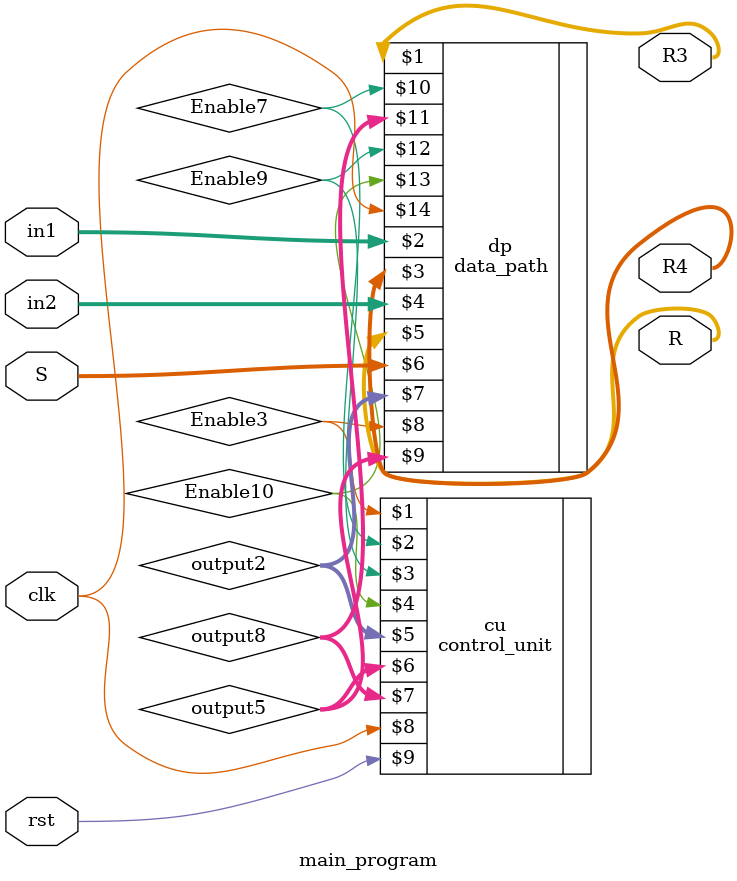
<source format=v>
module main_program(in1, in2, S, R3, R4, R, clk, rst);
wire Enable3, Enable7, Enable9, Enable10;
wire [31:0] output2, output5, output8;
input clk, rst;
input [31:0] in1;
input [31:0] in2;
input [31:0] S;
output [31:0] R3;
output [31:0] R4;
output [31:0] R;
data_path dp(R3, in1, R4, in2, R, S, output2, Enable3, output5, Enable7, output8, Enable9, Enable10, clk);
control_unit cu(Enable3, Enable7, Enable9, Enable10, output2, output5, output8, clk, rst);
endmodule
</source>
